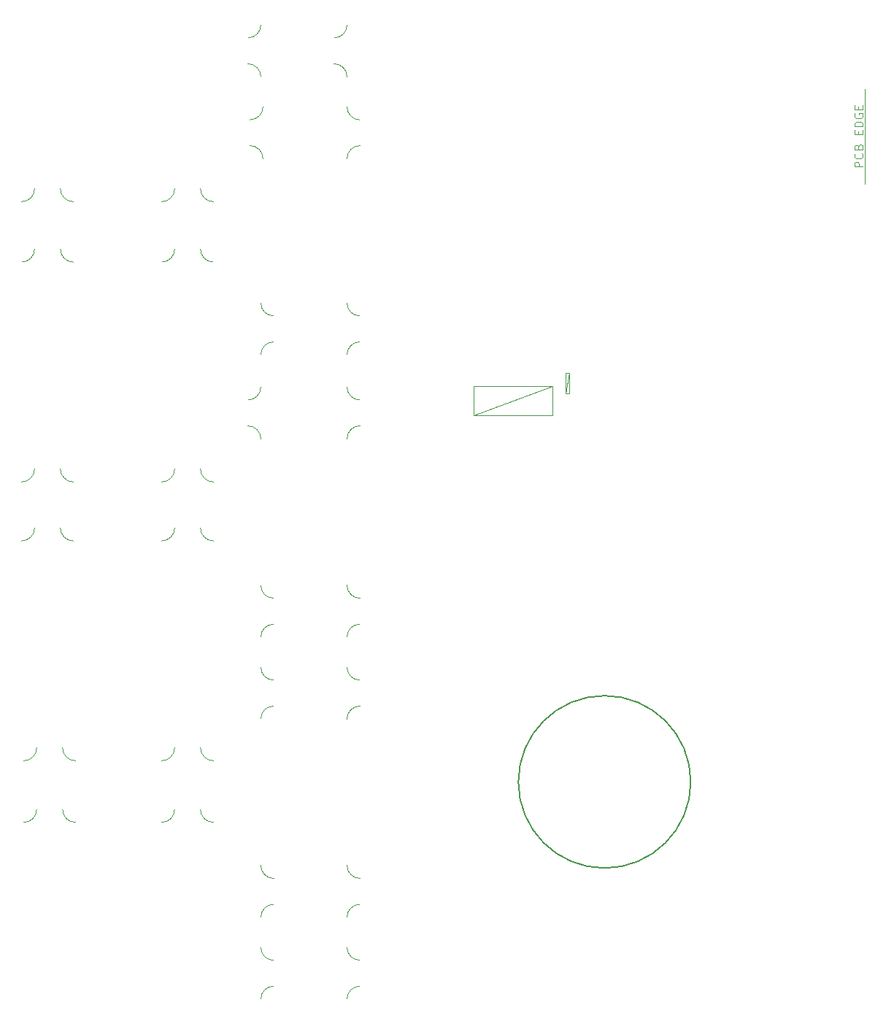
<source format=gbr>
%TF.GenerationSoftware,KiCad,Pcbnew,5.1.6-c6e7f7d~86~ubuntu18.04.1*%
%TF.CreationDate,2020-07-05T20:54:57+02:00*%
%TF.ProjectId,kleinvoet,6b6c6569-6e76-46f6-9574-2e6b69636164,Rev. A*%
%TF.SameCoordinates,Original*%
%TF.FileFunction,OtherDrawing,Comment*%
%FSLAX46Y46*%
G04 Gerber Fmt 4.6, Leading zero omitted, Abs format (unit mm)*
G04 Created by KiCad (PCBNEW 5.1.6-c6e7f7d~86~ubuntu18.04.1) date 2020-07-05 20:54:57*
%MOMM*%
%LPD*%
G01*
G04 APERTURE LIST*
%ADD10C,0.120000*%
%ADD11C,0.050000*%
%ADD12C,0.200000*%
%ADD13C,0.100000*%
G04 APERTURE END LIST*
D10*
%TO.C,REF\u002A\u002A*%
X87250000Y-108250000D02*
G75*
G02*
X88750000Y-106750000I1500000J0D01*
G01*
X88750000Y-103750000D02*
G75*
G02*
X87250000Y-102250000I0J1500000D01*
G01*
X87250000Y-117750000D02*
G75*
G02*
X88750000Y-116250000I1500000J0D01*
G01*
X88750000Y-113250000D02*
G75*
G02*
X87250000Y-111750000I0J1500000D01*
G01*
X87250000Y-37250000D02*
G75*
G02*
X85750000Y-38750000I-1500000J0D01*
G01*
X85750000Y-41750000D02*
G75*
G02*
X87250000Y-43250000I0J-1500000D01*
G01*
X97250000Y-37250000D02*
G75*
G02*
X95750000Y-38750000I-1500000J0D01*
G01*
X95750000Y-41750000D02*
G75*
G02*
X97250000Y-43250000I0J-1500000D01*
G01*
X87500000Y-46750000D02*
G75*
G02*
X86000000Y-48250000I-1500000J0D01*
G01*
X86000000Y-51250000D02*
G75*
G02*
X87500000Y-52750000I0J-1500000D01*
G01*
X97250000Y-52750000D02*
G75*
G02*
X98750000Y-51250000I1500000J0D01*
G01*
X98750000Y-48250000D02*
G75*
G02*
X97250000Y-46750000I0J1500000D01*
G01*
X87250000Y-75500000D02*
G75*
G02*
X88750000Y-74000000I1500000J0D01*
G01*
X88750000Y-71000000D02*
G75*
G02*
X87250000Y-69500000I0J1500000D01*
G01*
X97250000Y-75500000D02*
G75*
G02*
X98750000Y-74000000I1500000J0D01*
G01*
X98750000Y-71000000D02*
G75*
G02*
X97250000Y-69500000I0J1500000D01*
G01*
X87250000Y-79250000D02*
G75*
G02*
X85750000Y-80750000I-1500000J0D01*
G01*
X85750000Y-83750000D02*
G75*
G02*
X87250000Y-85250000I0J-1500000D01*
G01*
X65500000Y-57750000D02*
G75*
G02*
X64000000Y-56250000I0J1500000D01*
G01*
X61000000Y-56250000D02*
G75*
G02*
X59500000Y-57750000I-1500000J0D01*
G01*
X81750000Y-57750000D02*
G75*
G02*
X80250000Y-56250000I0J1500000D01*
G01*
X77250000Y-56250000D02*
G75*
G02*
X75750000Y-57750000I-1500000J0D01*
G01*
X65500000Y-64750000D02*
G75*
G02*
X64000000Y-63250000I0J1500000D01*
G01*
X61000000Y-63250000D02*
G75*
G02*
X59500000Y-64750000I-1500000J0D01*
G01*
X81750000Y-64750000D02*
G75*
G02*
X80250000Y-63250000I0J1500000D01*
G01*
X77250000Y-63250000D02*
G75*
G02*
X75750000Y-64750000I-1500000J0D01*
G01*
X81750000Y-90250000D02*
G75*
G02*
X80250000Y-88750000I0J1500000D01*
G01*
X77250000Y-88750000D02*
G75*
G02*
X75750000Y-90250000I-1500000J0D01*
G01*
X65500000Y-90250000D02*
G75*
G02*
X64000000Y-88750000I0J1500000D01*
G01*
X61000000Y-88750000D02*
G75*
G02*
X59500000Y-90250000I-1500000J0D01*
G01*
X65750000Y-129750000D02*
G75*
G02*
X64250000Y-128250000I0J1500000D01*
G01*
X61250000Y-128250000D02*
G75*
G02*
X59750000Y-129750000I-1500000J0D01*
G01*
X81750000Y-129750000D02*
G75*
G02*
X80250000Y-128250000I0J1500000D01*
G01*
X77250000Y-128250000D02*
G75*
G02*
X75750000Y-129750000I-1500000J0D01*
G01*
X87250000Y-150250000D02*
G75*
G02*
X88750000Y-148750000I1500000J0D01*
G01*
X88750000Y-145750000D02*
G75*
G02*
X87250000Y-144250000I0J1500000D01*
G01*
X87250000Y-140750000D02*
G75*
G02*
X88750000Y-139250000I1500000J0D01*
G01*
X88750000Y-136250000D02*
G75*
G02*
X87250000Y-134750000I0J1500000D01*
G01*
X98750000Y-80750000D02*
G75*
G02*
X97250000Y-79250000I0J1500000D01*
G01*
X97250000Y-85250000D02*
G75*
G02*
X98750000Y-83750000I1500000J0D01*
G01*
X98750000Y-103750000D02*
G75*
G02*
X97250000Y-102250000I0J1500000D01*
G01*
X97250000Y-108250000D02*
G75*
G02*
X98750000Y-106750000I1500000J0D01*
G01*
X98750000Y-113250000D02*
G75*
G02*
X97250000Y-111750000I0J1500000D01*
G01*
X97250000Y-117750000D02*
G75*
G02*
X98750000Y-116250000I1500000J0D01*
G01*
X98750000Y-145750000D02*
G75*
G02*
X97250000Y-144250000I0J1500000D01*
G01*
X97250000Y-150250000D02*
G75*
G02*
X98750000Y-148750000I1500000J0D01*
G01*
X98750000Y-136250000D02*
G75*
G02*
X97250000Y-134750000I0J1500000D01*
G01*
X97250000Y-140750000D02*
G75*
G02*
X98750000Y-139250000I1500000J0D01*
G01*
X80250000Y-95600000D02*
G75*
G03*
X81750000Y-97100000I1500000J0D01*
G01*
X75750000Y-97100000D02*
G75*
G03*
X77250000Y-95600000I0J1500000D01*
G01*
X64000000Y-95600000D02*
G75*
G03*
X65500000Y-97100000I1500000J0D01*
G01*
X59500000Y-97100000D02*
G75*
G03*
X61000000Y-95600000I0J1500000D01*
G01*
X64250000Y-121100000D02*
G75*
G03*
X65750000Y-122600000I1500000J0D01*
G01*
X59750000Y-122600000D02*
G75*
G03*
X61250000Y-121100000I0J1500000D01*
G01*
X80250000Y-121100000D02*
G75*
G03*
X81750000Y-122600000I1500000J0D01*
G01*
X75750000Y-122600000D02*
G75*
G03*
X77250000Y-121100000I0J1500000D01*
G01*
D11*
%TO.C,J13*%
X157300000Y-55650000D02*
X157300000Y-44650000D01*
D10*
%TO.C,J11*%
X122640000Y-80000000D02*
X123040000Y-80000000D01*
X122640000Y-80000000D02*
X122640000Y-77600000D01*
X123040000Y-80000000D02*
X123040000Y-77600000D01*
X122640000Y-77600000D02*
X123040000Y-77600000D01*
X122640000Y-80000000D02*
X123040000Y-77600000D01*
X111920000Y-82500000D02*
X121120000Y-82500000D01*
X111920000Y-82500000D02*
X111920000Y-79100000D01*
X121120000Y-82500000D02*
X121120000Y-79100000D01*
X111920000Y-79100000D02*
X121120000Y-79100000D01*
X111920000Y-82500000D02*
X121120000Y-79100000D01*
D12*
%TO.C,BT1*%
X137126244Y-125050000D02*
G75*
G03*
X137126244Y-125050000I-10000000J0D01*
G01*
%TD*%
%TO.C,J13*%
D13*
X157102380Y-53697619D02*
X156102380Y-53697619D01*
X156102380Y-53316666D01*
X156150000Y-53221428D01*
X156197619Y-53173809D01*
X156292857Y-53126190D01*
X156435714Y-53126190D01*
X156530952Y-53173809D01*
X156578571Y-53221428D01*
X156626190Y-53316666D01*
X156626190Y-53697619D01*
X157007142Y-52126190D02*
X157054761Y-52173809D01*
X157102380Y-52316666D01*
X157102380Y-52411904D01*
X157054761Y-52554761D01*
X156959523Y-52650000D01*
X156864285Y-52697619D01*
X156673809Y-52745238D01*
X156530952Y-52745238D01*
X156340476Y-52697619D01*
X156245238Y-52650000D01*
X156150000Y-52554761D01*
X156102380Y-52411904D01*
X156102380Y-52316666D01*
X156150000Y-52173809D01*
X156197619Y-52126190D01*
X156578571Y-51364285D02*
X156626190Y-51221428D01*
X156673809Y-51173809D01*
X156769047Y-51126190D01*
X156911904Y-51126190D01*
X157007142Y-51173809D01*
X157054761Y-51221428D01*
X157102380Y-51316666D01*
X157102380Y-51697619D01*
X156102380Y-51697619D01*
X156102380Y-51364285D01*
X156150000Y-51269047D01*
X156197619Y-51221428D01*
X156292857Y-51173809D01*
X156388095Y-51173809D01*
X156483333Y-51221428D01*
X156530952Y-51269047D01*
X156578571Y-51364285D01*
X156578571Y-51697619D01*
X156578571Y-49935714D02*
X156578571Y-49602380D01*
X157102380Y-49459523D02*
X157102380Y-49935714D01*
X156102380Y-49935714D01*
X156102380Y-49459523D01*
X157102380Y-49030952D02*
X156102380Y-49030952D01*
X156102380Y-48792857D01*
X156150000Y-48650000D01*
X156245238Y-48554761D01*
X156340476Y-48507142D01*
X156530952Y-48459523D01*
X156673809Y-48459523D01*
X156864285Y-48507142D01*
X156959523Y-48554761D01*
X157054761Y-48650000D01*
X157102380Y-48792857D01*
X157102380Y-49030952D01*
X156150000Y-47507142D02*
X156102380Y-47602380D01*
X156102380Y-47745238D01*
X156150000Y-47888095D01*
X156245238Y-47983333D01*
X156340476Y-48030952D01*
X156530952Y-48078571D01*
X156673809Y-48078571D01*
X156864285Y-48030952D01*
X156959523Y-47983333D01*
X157054761Y-47888095D01*
X157102380Y-47745238D01*
X157102380Y-47650000D01*
X157054761Y-47507142D01*
X157007142Y-47459523D01*
X156673809Y-47459523D01*
X156673809Y-47650000D01*
X156578571Y-47030952D02*
X156578571Y-46697619D01*
X157102380Y-46554761D02*
X157102380Y-47030952D01*
X156102380Y-47030952D01*
X156102380Y-46554761D01*
%TD*%
M02*

</source>
